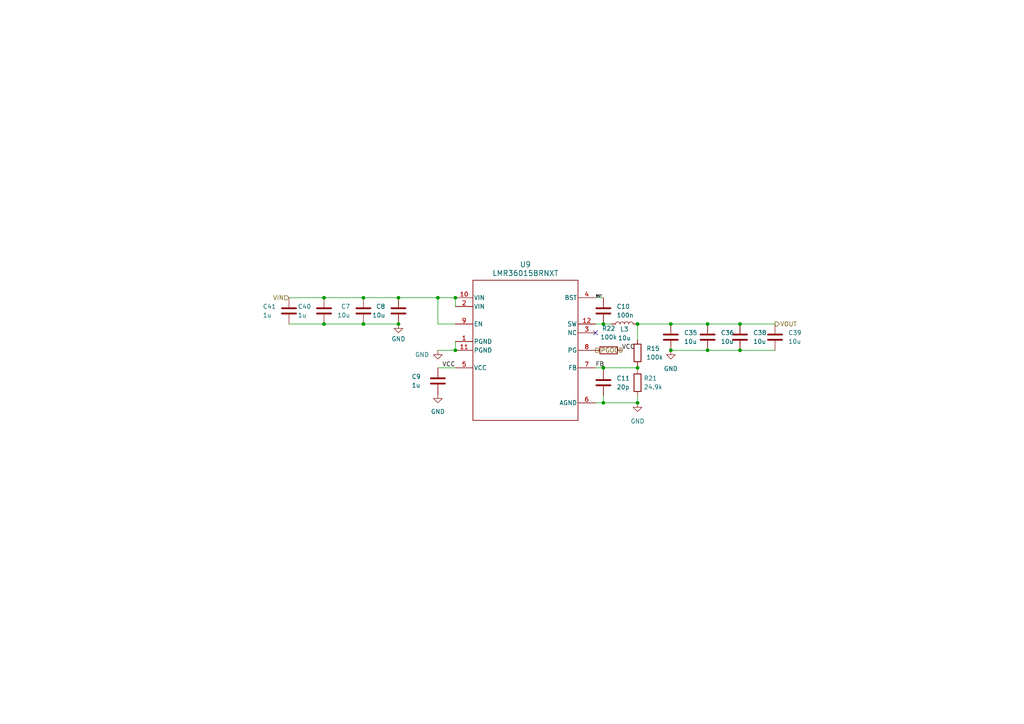
<source format=kicad_sch>
(kicad_sch (version 20231120) (generator "eeschema") (generator_version "8.0")
  (paper "A4")
  (lib_symbols
    (symbol "2024-04-12_02-42-06:LMR36006BRNXT" (pin_names (offset 0.254))
      (property "Reference" "U" (at 0 2.54 0))
      (property "Value" "LMR36006BRNXT" (at 0 0 0))
      (symbol "LMR36006BRNXT_0_1"
        (polyline (pts (xy -15.24 -20.32) (xy 15.24 -20.32)) (stroke (width 0.2032)))
        (polyline (pts (xy -15.24 20.32) (xy -15.24 -20.32)) (stroke (width 0.2032)))
        (polyline (pts (xy 15.24 -20.32) (xy 15.24 20.32)) (stroke (width 0.2032)))
        (polyline (pts (xy 15.24 20.32) (xy -15.24 20.32)) (stroke (width 0.2032)))
        (pin power_in line (at -20.32 2.54 0) (length 5.08) (name "PGND") (number "1"))
        (pin power_in line (at -20.32 15.24 0) (length 5.08) (name "VIN") (number "10"))
        (pin power_in line (at -20.32 0 0) (length 5.08) (name "PGND") (number "11"))
        (pin power_in line (at 20.32 7.62 180) (length 5.08) (name "SW") (number "12"))
        (pin power_in line (at -20.32 12.7 0) (length 5.08) (name "VIN") (number "2"))
        (pin unspecified line (at 20.32 5.08 180) (length 5.08) (name "NC") (number "3"))
        (pin unspecified line (at 20.32 15.24 180) (length 5.08) (name "BST") (number "4"))
        (pin power_in line (at -20.32 -5.08 0) (length 5.08) (name "VCC") (number "5"))
        (pin power_in line (at 20.32 -15.24 180) (length 5.08) (name "AGND") (number "6"))
        (pin input line (at 20.32 -5.08 180) (length 5.08) (name "FB") (number "7"))
        (pin open_collector line (at 20.32 0 180) (length 5.08) (name "PG") (number "8"))
        (pin input line (at -20.32 7.62 0) (length 5.08) (name "EN") (number "9"))
      )
    )
    (symbol "Device:C" (pin_numbers hide) (pin_names (offset 0.254))
      (property "Reference" "C" (at 0.635 2.54 0))
      (property "Value" "C" (at 0.635 -2.54 0))
      (symbol "C_0_1"
        (polyline (pts (xy -2.032 -0.762) (xy 2.032 -0.762)) (stroke (width 0.508)))
        (polyline (pts (xy -2.032 0.762) (xy 2.032 0.762)) (stroke (width 0.508)))
      )
      (symbol "C_1_1"
        (pin passive line (at 0 3.81 270) (length 2.794) (name "~") (number "1"))
        (pin passive line (at 0 -3.81 90) (length 2.794) (name "~") (number "2"))
      )
    )
    (symbol "Device:L" (pin_numbers hide) (pin_names (offset 1.016) hide)
      (property "Reference" "L" (at -1.27 0 90))
      (property "Value" "L" (at 1.905 0 90))
      (symbol "L_0_1"
        (arc (start 0 -2.54) (mid 0.6323 -1.905) (end 0 -1.27))
        (arc (start 0 -1.27) (mid 0.6323 -0.635) (end 0 0))
        (arc (start 0 0) (mid 0.6323 0.635) (end 0 1.27))
        (arc (start 0 1.27) (mid 0.6323 1.905) (end 0 2.54))
      )
      (symbol "L_1_1"
        (pin passive line (at 0 3.81 270) (length 1.27) (name "1") (number "1"))
        (pin passive line (at 0 -3.81 90) (length 1.27) (name "2") (number "2"))
      )
    )
    (symbol "Device:R" (pin_numbers hide) (pin_names (offset 0))
      (property "Reference" "R" (at 2.032 0 90))
      (property "Value" "R" (at 0 0 90))
      (symbol "R_0_1"
        (rectangle (start -1.016 -2.54) (end 1.016 2.54) (stroke (width 0.254)))
      )
      (symbol "R_1_1"
        (pin passive line (at 0 3.81 270) (length 1.27) (name "~") (number "1"))
        (pin passive line (at 0 -3.81 90) (length 1.27) (name "~") (number "2"))
      )
    )
    (symbol "power:GND" (power) (pin_numbers hide) (pin_names (offset 0) hide)
      (property "Value" "GND" (at 0 -3.81 0))
      (symbol "GND_0_1"
        (polyline (pts (xy 0 0) (xy 0 -1.27) (xy 1.27 -1.27) (xy 0 -2.54) (xy -1.27 -1.27) (xy 0 -1.27)))
      )
      (symbol "GND_1_1"
        (pin power_in line (at 0 0 270) (length 0) (name "~") (number "1"))
      )
    )
  )
  (junction (at 105.41 93.98))
  (junction (at 214.63 101.6))
  (junction (at 127 86.36))
  (junction (at 93.98 93.98))
  (junction (at 194.564 101.6))
  (junction (at 115.57 86.36))
  (junction (at 115.57 93.98))
  (junction (at 205.232 101.6))
  (junction (at 184.912 93.98))
  (junction (at 175.006 116.84))
  (junction (at 93.98 86.36))
  (junction (at 132.08 86.36))
  (junction (at 105.41 86.36))
  (junction (at 194.564 93.98))
  (junction (at 132.08 101.6))
  (junction (at 184.912 106.68))
  (junction (at 175.006 106.68))
  (junction (at 214.63 93.98))
  (junction (at 175.006 93.98))
  (junction (at 205.232 93.98))
  (junction (at 184.912 116.84))
  (no_connect (at 172.72 96.52))
  (wire (pts (xy 127 86.36) (xy 132.08 86.36)))
  (wire (pts (xy 175.006 116.84) (xy 184.912 116.84)))
  (wire (pts (xy 184.912 93.98) (xy 184.912 98.552)))
  (wire (pts (xy 184.912 93.98) (xy 194.564 93.98)))
  (wire (pts (xy 184.912 106.172) (xy 184.912 106.68)))
  (wire (pts (xy 127 86.36) (xy 127 93.98)))
  (wire (pts (xy 184.912 106.68) (xy 184.912 107.188)))
  (wire (pts (xy 172.72 106.68) (xy 175.006 106.68)))
  (wire (pts (xy 175.006 106.68) (xy 184.912 106.68)))
  (wire (pts (xy 175.006 114.808) (xy 175.006 116.84)))
  (wire (pts (xy 83.82 93.98) (xy 93.98 93.98)))
  (wire (pts (xy 105.41 93.98) (xy 115.57 93.98)))
  (wire (pts (xy 127 101.6) (xy 132.08 101.6)))
  (wire (pts (xy 115.57 86.36) (xy 127 86.36)))
  (wire (pts (xy 127 106.68) (xy 132.08 106.68)))
  (wire (pts (xy 214.63 93.98) (xy 224.79 93.98)))
  (wire (pts (xy 132.08 86.36) (xy 132.08 88.9)))
  (wire (pts (xy 205.232 93.98) (xy 214.63 93.98)))
  (wire (pts (xy 93.98 93.98) (xy 105.41 93.98)))
  (wire (pts (xy 172.72 93.98) (xy 175.006 93.98)))
  (wire (pts (xy 214.63 101.6) (xy 224.79 101.6)))
  (wire (pts (xy 175.006 93.98) (xy 177.292 93.98)))
  (wire (pts (xy 93.98 86.36) (xy 105.41 86.36)))
  (wire (pts (xy 127 93.98) (xy 132.08 93.98)))
  (wire (pts (xy 172.72 86.36) (xy 175.006 86.36)))
  (wire (pts (xy 83.82 86.36) (xy 93.98 86.36)))
  (wire (pts (xy 132.08 99.06) (xy 132.08 101.6)))
  (wire (pts (xy 105.41 86.36) (xy 115.57 86.36)))
  (wire (pts (xy 172.72 116.84) (xy 175.006 116.84)))
  (wire (pts (xy 175.006 106.68) (xy 175.006 107.188)))
  (wire (pts (xy 194.564 101.6) (xy 205.232 101.6)))
  (wire (pts (xy 205.232 101.6) (xy 214.63 101.6)))
  (wire (pts (xy 194.564 93.98) (xy 205.232 93.98)))
  (wire (pts (xy 184.912 114.808) (xy 184.912 116.84)))
  (label "FB" (at 172.72 106.68 0))
  (label "VCC" (at 180.34 101.6 0))
  (label "BST" (at 172.72 86.36 0) (effects (font (size 0.635 0.635))))
  (label "VCC" (at 132.08 106.68 180))
  (hierarchical_label "VOUT" (shape output) (at 224.79 93.98 0))
  (hierarchical_label "PGOOD" (shape output) (at 172.72 101.6 0))
  (hierarchical_label "VIN" (shape input) (at 83.82 86.36 180))
  (symbol (lib_id "Device:C") (at 175.006 90.17 0) (unit 1)
    (property "Reference" "C10" (at 178.816 88.9 0) (effects (justify left)))
    (property "Value" "100n" (at 178.816 91.44 0) (effects (justify left)))
    (property "Footprint" "Capacitor_SMD:C_0603_1608Metric" (effects (hide yes)))
    (property "Description" "Unpolarized capacitor" (effects (hide yes)))
  )
  (symbol (lib_id "power:GND") (at 127 101.6 0) (unit 1)
    (property "Reference" "#PWR036" (effects (hide yes)))
    (property "Value" "GND" (at 124.46 102.8699 0) (effects (justify right)))
    (property "Description" "Power symbol creates a global label with name \"GND\" , ground" (effects (hide yes)))
  )
  (symbol (lib_id "Device:R") (at 184.912 110.998 0) (unit 1)
    (property "Reference" "R21" (at 186.69 109.7279 0) (effects (justify left)))
    (property "Value" "24.9k" (at 186.69 112.2679 0) (effects (justify left)))
    (property "Footprint" "Resistor_SMD:R_0603_1608Metric" (effects (hide yes)))
    (property "Description" "Resistor" (effects (hide yes)))
  )
  (symbol (lib_id "Device:C") (at 224.79 97.79 0) (unit 1)
    (property "Reference" "C39" (at 228.6 96.52 0) (effects (justify left)))
    (property "Value" "10u" (at 228.6 99.06 0) (effects (justify left)))
    (property "Footprint" "Capacitor_SMD:C_1206_3216Metric" (effects (hide yes)))
    (property "Description" "Unpolarized capacitor" (effects (hide yes)))
  )
  (symbol (lib_id "Device:C") (at 83.82 90.17 0) (unit 1)
    (property "Reference" "C41" (at 76.2 88.9 0) (effects (justify left)))
    (property "Value" "1u" (at 76.2 91.44 0) (effects (justify left)))
    (property "Footprint" "Capacitor_SMD:C_0603_1608Metric" (effects (hide yes)))
    (property "Description" "Unpolarized capacitor" (effects (hide yes)))
  )
  (symbol (lib_id "Device:C") (at 93.98 90.17 0) (unit 1)
    (property "Reference" "C40" (at 86.36 88.9 0) (effects (justify left)))
    (property "Value" "1u" (at 86.36 91.44 0) (effects (justify left)))
    (property "Footprint" "Capacitor_SMD:C_0603_1608Metric" (effects (hide yes)))
    (property "Description" "Unpolarized capacitor" (effects (hide yes)))
  )
  (symbol (lib_id "Device:C") (at 205.232 97.79 0) (unit 1)
    (property "Reference" "C36" (at 209.042 96.52 0) (effects (justify left)))
    (property "Value" "10u" (at 209.042 99.06 0) (effects (justify left)))
    (property "Footprint" "Capacitor_SMD:C_1206_3216Metric" (effects (hide yes)))
    (property "Description" "Unpolarized capacitor" (effects (hide yes)))
  )
  (symbol (lib_id "Device:C") (at 214.63 97.79 0) (unit 1)
    (property "Reference" "C38" (at 218.44 96.52 0) (effects (justify left)))
    (property "Value" "10u" (at 218.44 99.06 0) (effects (justify left)))
    (property "Footprint" "Capacitor_SMD:C_1206_3216Metric" (effects (hide yes)))
    (property "Description" "Unpolarized capacitor" (effects (hide yes)))
  )
  (symbol (lib_id "Device:C") (at 105.41 90.17 0) (mirror y) (unit 1)
    (property "Reference" "C7" (at 101.6 88.9 0) (effects (justify left)))
    (property "Value" "10u" (at 101.6 91.44 0) (effects (justify left)))
    (property "Footprint" "Capacitor_SMD:C_1206_3216Metric" (effects (hide yes)))
    (property "Description" "Unpolarized capacitor" (effects (hide yes)))
  )
  (symbol (lib_id "Device:R") (at 176.53 101.6 90) (unit 1)
    (property "Reference" "R22" (at 176.53 95.25 90))
    (property "Value" "100k" (at 176.53 97.79 90))
    (property "Footprint" "Resistor_SMD:R_0603_1608Metric" (effects (hide yes)))
    (property "Description" "Resistor" (effects (hide yes)))
  )
  (symbol (lib_id "Device:C") (at 115.57 90.17 0) (mirror y) (unit 1)
    (property "Reference" "C8" (at 111.76 88.9 0) (effects (justify left)))
    (property "Value" "10u" (at 111.76 91.44 0) (effects (justify left)))
    (property "Footprint" "Capacitor_SMD:C_1206_3216Metric" (effects (hide yes)))
    (property "Description" "Unpolarized capacitor" (effects (hide yes)))
  )
  (symbol (lib_id "Device:C") (at 194.564 97.79 0) (unit 1)
    (property "Reference" "C35" (at 198.374 96.52 0) (effects (justify left)))
    (property "Value" "10u" (at 198.374 99.06 0) (effects (justify left)))
    (property "Footprint" "Capacitor_SMD:C_1206_3216Metric" (effects (hide yes)))
    (property "Description" "Unpolarized capacitor" (effects (hide yes)))
  )
  (symbol (lib_id "2024-04-12_02-42-06:LMR36006BRNXT") (at 152.4 101.6 0) (unit 1)
    (property "Reference" "U9" (at 152.4 76.708 0) (effects (font (size 1.524 1.524))))
    (property "Value" "LMR36015BRNXT" (at 152.4 79.248 0) (effects (font (size 1.524 1.524))))
    (property "Footprint" "Library:RNX0012B" (effects (hide yes)))
    (property "Datasheet" "https://www.ti.com/lit/ds/symlink/lmr36015.pdf" (effects (hide yes)))
  )
  (symbol (lib_id "Device:C") (at 175.006 110.998 0) (unit 1)
    (property "Reference" "C11" (at 178.816 109.728 0) (effects (justify left)))
    (property "Value" "20p" (at 178.816 112.268 0) (effects (justify left)))
    (property "Footprint" "Capacitor_SMD:C_0603_1608Metric" (effects (hide yes)))
    (property "Description" "Unpolarized capacitor" (effects (hide yes)))
  )
  (symbol (lib_id "power:GND") (at 184.912 116.84 0) (unit 1)
    (property "Reference" "#PWR042" (effects (hide yes)))
    (property "Value" "GND" (at 184.912 122.174 0))
    (property "Description" "Power symbol creates a global label with name \"GND\" , ground" (effects (hide yes)))
  )
  (symbol (lib_id "power:GND") (at 115.57 93.98 0) (unit 1)
    (property "Reference" "#PWR031" (effects (hide yes)))
    (property "Value" "GND" (at 115.57 98.298 0))
    (property "Description" "Power symbol creates a global label with name \"GND\" , ground" (effects (hide yes)))
  )
  (symbol (lib_id "Device:R") (at 184.912 102.362 0) (unit 1)
    (property "Reference" "R15" (at 187.452 101.092 0) (effects (justify left)))
    (property "Value" "100k" (at 187.452 103.632 0) (effects (justify left)))
    (property "Footprint" "Resistor_SMD:R_0603_1608Metric" (effects (hide yes)))
    (property "Description" "Resistor" (effects (hide yes)))
  )
  (symbol (lib_id "power:GND") (at 127 114.3 0) (unit 1)
    (property "Reference" "#PWR039" (effects (hide yes)))
    (property "Value" "GND" (at 127 119.38 0))
    (property "Description" "Power symbol creates a global label with name \"GND\" , ground" (effects (hide yes)))
  )
  (symbol (lib_id "power:GND") (at 194.564 101.6 0) (unit 1)
    (property "Reference" "#PWR043" (effects (hide yes)))
    (property "Value" "GND" (at 194.564 106.934 0))
    (property "Description" "Power symbol creates a global label with name \"GND\" , ground" (effects (hide yes)))
  )
  (symbol (lib_id "Device:L") (at 181.102 93.98 90) (unit 1)
    (property "Reference" "L3" (at 181.102 95.504 90))
    (property "Value" "10u" (at 181.102 98.044 90))
    (property "Footprint" "footprints:IND_PCC-M0530M-LP_PAN" (effects (hide yes)))
    (property "Datasheet" "https://industrial.panasonic.com/cdbs/www-data/pdf/AGL0000/AGL0000C63.pdf" (effects (hide yes)))
    (property "Description" "Inductor" (effects (hide yes)))
  )
  (symbol (lib_id "Device:C") (at 127 110.49 0) (unit 1)
    (property "Reference" "C9" (at 119.38 109.22 0) (effects (justify left)))
    (property "Value" "1u" (at 119.38 111.76 0) (effects (justify left)))
    (property "Footprint" "Capacitor_SMD:C_0603_1608Metric" (effects (hide yes)))
    (property "Description" "Unpolarized capacitor" (effects (hide yes)))
  )
)
</source>
